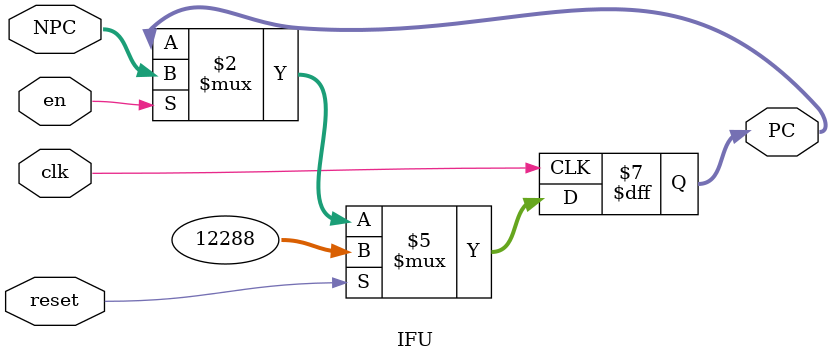
<source format=v>
`timescale 1ns / 1ps
module IFU(
    input clk,
    input reset,
    input en,
    input [31:0] NPC,
    output reg [31:0] PC
);

    always @(posedge clk) begin
        if(reset) PC <= 32'h00003000;
        else if (en) PC <= NPC;
    end

endmodule
</source>
